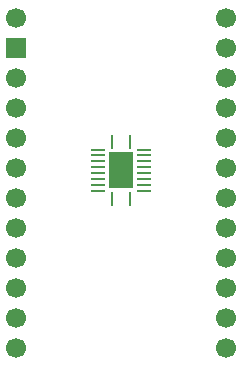
<source format=gts>
G04 #@! TF.GenerationSoftware,KiCad,Pcbnew,9.0.6*
G04 #@! TF.CreationDate,2026-01-02T23:06:21-06:00*
G04 #@! TF.ProjectId,DHVQFN-20_4.65x3.65_P0.5,44485651-464e-42d3-9230-5f342e363578,rev?*
G04 #@! TF.SameCoordinates,Original*
G04 #@! TF.FileFunction,Soldermask,Top*
G04 #@! TF.FilePolarity,Negative*
%FSLAX46Y46*%
G04 Gerber Fmt 4.6, Leading zero omitted, Abs format (unit mm)*
G04 Created by KiCad (PCBNEW 9.0.6) date 2026-01-02 23:06:21*
%MOMM*%
%LPD*%
G01*
G04 APERTURE LIST*
%ADD10R,0.280000X1.200000*%
%ADD11R,1.200000X0.280000*%
%ADD12R,2.050000X3.049999*%
%ADD13C,0.508000*%
%ADD14C,1.700000*%
%ADD15R,1.700000X1.700000*%
G04 APERTURE END LIST*
D10*
X137679999Y-117128771D03*
D11*
X136505000Y-117803771D03*
X136505000Y-118303770D03*
X136505000Y-118803769D03*
X136505000Y-119303770D03*
X136505000Y-119803770D03*
X136505000Y-120303771D03*
X136505000Y-120803770D03*
X136505000Y-121303769D03*
D10*
X137679999Y-121978769D03*
X139180001Y-121978769D03*
D11*
X140355000Y-121303769D03*
X140355000Y-120803770D03*
X140355000Y-120303771D03*
X140355000Y-119803770D03*
X140355000Y-119303770D03*
X140355000Y-118803769D03*
X140355000Y-118303770D03*
X140355000Y-117803771D03*
D10*
X139180001Y-117128771D03*
D12*
X138430000Y-119553770D03*
D13*
X138036300Y-118766370D03*
X138036300Y-119553770D03*
X138036300Y-120341170D03*
X138823700Y-118766370D03*
X138823700Y-119553770D03*
X138823700Y-120341170D03*
D14*
X129540000Y-106680000D03*
D15*
X129540000Y-109220000D03*
D14*
X129540000Y-111760000D03*
X129540000Y-114300000D03*
X129540000Y-116840000D03*
X129540000Y-119380000D03*
X129540000Y-121920000D03*
X129540000Y-124460000D03*
X129540000Y-127000000D03*
X129540000Y-129540000D03*
X129540000Y-132080000D03*
X129540000Y-134620000D03*
X147320000Y-106680000D03*
X147320000Y-109220000D03*
X147320000Y-111760000D03*
X147320000Y-114300000D03*
X147320000Y-116840000D03*
X147320000Y-119380000D03*
X147320000Y-121920000D03*
X147320000Y-124460000D03*
X147320000Y-127000000D03*
X147320000Y-129540000D03*
X147320000Y-132080000D03*
X147320000Y-134620000D03*
M02*

</source>
